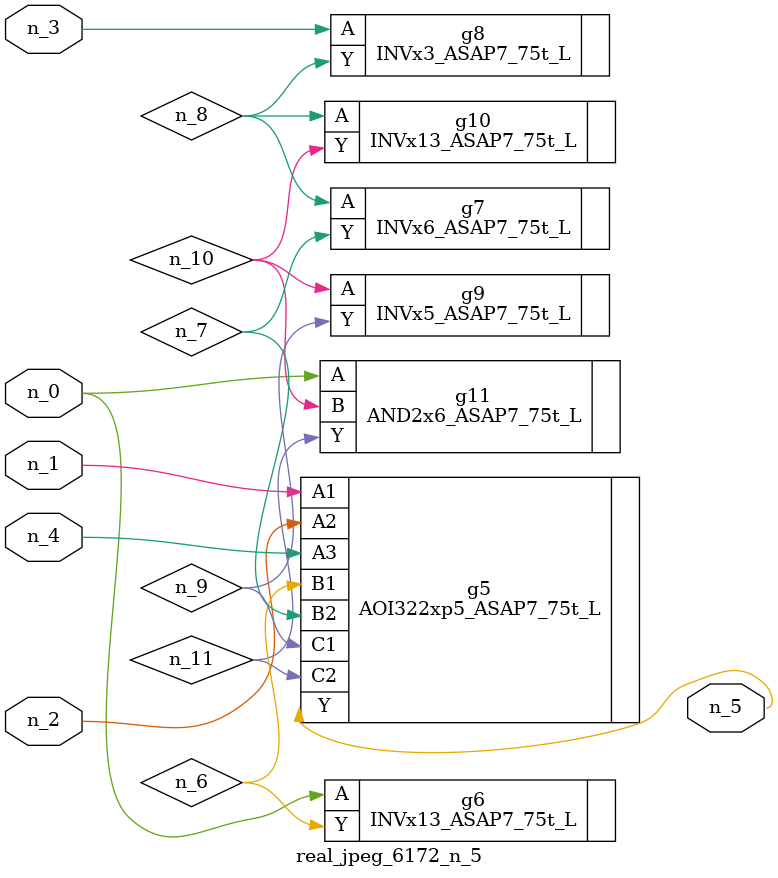
<source format=v>
module real_jpeg_6172_n_5 (n_4, n_0, n_1, n_2, n_3, n_5);

input n_4;
input n_0;
input n_1;
input n_2;
input n_3;

output n_5;

wire n_8;
wire n_11;
wire n_6;
wire n_7;
wire n_10;
wire n_9;

INVx13_ASAP7_75t_L g6 ( 
.A(n_0),
.Y(n_6)
);

AND2x6_ASAP7_75t_L g11 ( 
.A(n_0),
.B(n_10),
.Y(n_11)
);

AOI322xp5_ASAP7_75t_L g5 ( 
.A1(n_1),
.A2(n_2),
.A3(n_4),
.B1(n_6),
.B2(n_7),
.C1(n_9),
.C2(n_11),
.Y(n_5)
);

INVx3_ASAP7_75t_L g8 ( 
.A(n_3),
.Y(n_8)
);

INVx6_ASAP7_75t_L g7 ( 
.A(n_8),
.Y(n_7)
);

INVx13_ASAP7_75t_L g10 ( 
.A(n_8),
.Y(n_10)
);

INVx5_ASAP7_75t_L g9 ( 
.A(n_10),
.Y(n_9)
);


endmodule
</source>
